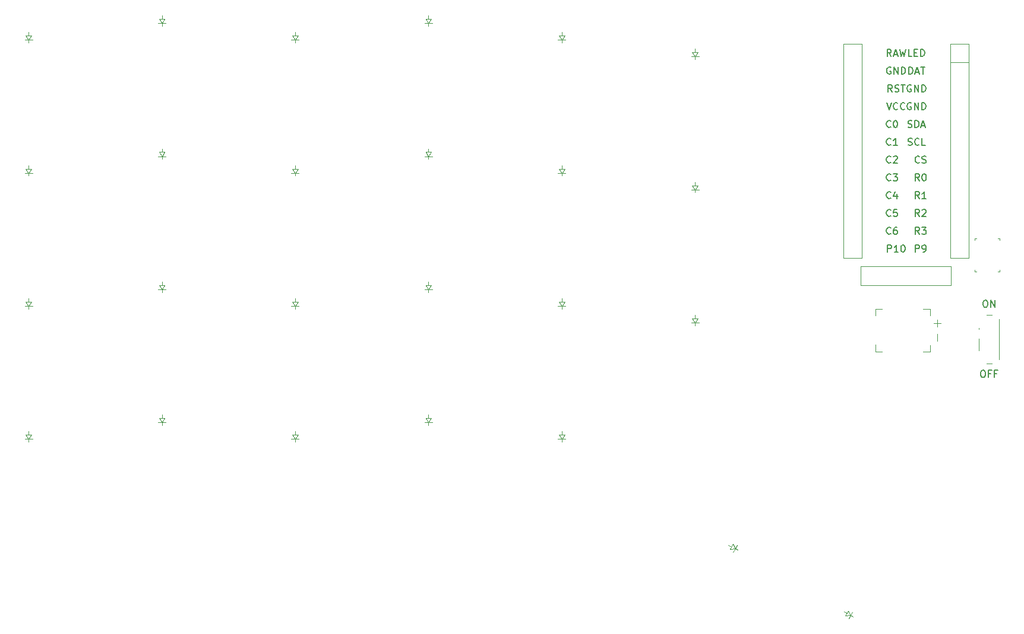
<source format=gbr>
%TF.GenerationSoftware,KiCad,Pcbnew,9.0.2*%
%TF.CreationDate,2025-06-19T22:30:11+08:00*%
%TF.ProjectId,eggada50_wireless_manually_routed,65676761-6461-4353-905f-776972656c65,0.2*%
%TF.SameCoordinates,Original*%
%TF.FileFunction,Legend,Top*%
%TF.FilePolarity,Positive*%
%FSLAX46Y46*%
G04 Gerber Fmt 4.6, Leading zero omitted, Abs format (unit mm)*
G04 Created by KiCad (PCBNEW 9.0.2) date 2025-06-19 22:30:11*
%MOMM*%
%LPD*%
G01*
G04 APERTURE LIST*
%ADD10C,0.150000*%
%ADD11C,0.100000*%
%ADD12C,0.120000*%
G04 APERTURE END LIST*
D10*
X228880952Y-79204819D02*
X229071428Y-79204819D01*
X229071428Y-79204819D02*
X229166666Y-79252438D01*
X229166666Y-79252438D02*
X229261904Y-79347676D01*
X229261904Y-79347676D02*
X229309523Y-79538152D01*
X229309523Y-79538152D02*
X229309523Y-79871485D01*
X229309523Y-79871485D02*
X229261904Y-80061961D01*
X229261904Y-80061961D02*
X229166666Y-80157200D01*
X229166666Y-80157200D02*
X229071428Y-80204819D01*
X229071428Y-80204819D02*
X228880952Y-80204819D01*
X228880952Y-80204819D02*
X228785714Y-80157200D01*
X228785714Y-80157200D02*
X228690476Y-80061961D01*
X228690476Y-80061961D02*
X228642857Y-79871485D01*
X228642857Y-79871485D02*
X228642857Y-79538152D01*
X228642857Y-79538152D02*
X228690476Y-79347676D01*
X228690476Y-79347676D02*
X228785714Y-79252438D01*
X228785714Y-79252438D02*
X228880952Y-79204819D01*
X229738095Y-80204819D02*
X229738095Y-79204819D01*
X229738095Y-79204819D02*
X230309523Y-80204819D01*
X230309523Y-80204819D02*
X230309523Y-79204819D01*
X228547619Y-89204819D02*
X228738095Y-89204819D01*
X228738095Y-89204819D02*
X228833333Y-89252438D01*
X228833333Y-89252438D02*
X228928571Y-89347676D01*
X228928571Y-89347676D02*
X228976190Y-89538152D01*
X228976190Y-89538152D02*
X228976190Y-89871485D01*
X228976190Y-89871485D02*
X228928571Y-90061961D01*
X228928571Y-90061961D02*
X228833333Y-90157200D01*
X228833333Y-90157200D02*
X228738095Y-90204819D01*
X228738095Y-90204819D02*
X228547619Y-90204819D01*
X228547619Y-90204819D02*
X228452381Y-90157200D01*
X228452381Y-90157200D02*
X228357143Y-90061961D01*
X228357143Y-90061961D02*
X228309524Y-89871485D01*
X228309524Y-89871485D02*
X228309524Y-89538152D01*
X228309524Y-89538152D02*
X228357143Y-89347676D01*
X228357143Y-89347676D02*
X228452381Y-89252438D01*
X228452381Y-89252438D02*
X228547619Y-89204819D01*
X229738095Y-89681009D02*
X229404762Y-89681009D01*
X229404762Y-90204819D02*
X229404762Y-89204819D01*
X229404762Y-89204819D02*
X229880952Y-89204819D01*
X230595238Y-89681009D02*
X230261905Y-89681009D01*
X230261905Y-90204819D02*
X230261905Y-89204819D01*
X230261905Y-89204819D02*
X230738095Y-89204819D01*
X215497333Y-64599580D02*
X215449714Y-64647200D01*
X215449714Y-64647200D02*
X215306857Y-64694819D01*
X215306857Y-64694819D02*
X215211619Y-64694819D01*
X215211619Y-64694819D02*
X215068762Y-64647200D01*
X215068762Y-64647200D02*
X214973524Y-64551961D01*
X214973524Y-64551961D02*
X214925905Y-64456723D01*
X214925905Y-64456723D02*
X214878286Y-64266247D01*
X214878286Y-64266247D02*
X214878286Y-64123390D01*
X214878286Y-64123390D02*
X214925905Y-63932914D01*
X214925905Y-63932914D02*
X214973524Y-63837676D01*
X214973524Y-63837676D02*
X215068762Y-63742438D01*
X215068762Y-63742438D02*
X215211619Y-63694819D01*
X215211619Y-63694819D02*
X215306857Y-63694819D01*
X215306857Y-63694819D02*
X215449714Y-63742438D01*
X215449714Y-63742438D02*
X215497333Y-63790057D01*
X216354476Y-64028152D02*
X216354476Y-64694819D01*
X216116381Y-63647200D02*
X215878286Y-64361485D01*
X215878286Y-64361485D02*
X216497333Y-64361485D01*
X218511142Y-44374819D02*
X218034952Y-44374819D01*
X218034952Y-44374819D02*
X218034952Y-43374819D01*
X218844476Y-43851009D02*
X219177809Y-43851009D01*
X219320666Y-44374819D02*
X218844476Y-44374819D01*
X218844476Y-44374819D02*
X218844476Y-43374819D01*
X218844476Y-43374819D02*
X219320666Y-43374819D01*
X219749238Y-44374819D02*
X219749238Y-43374819D01*
X219749238Y-43374819D02*
X219987333Y-43374819D01*
X219987333Y-43374819D02*
X220130190Y-43422438D01*
X220130190Y-43422438D02*
X220225428Y-43517676D01*
X220225428Y-43517676D02*
X220273047Y-43612914D01*
X220273047Y-43612914D02*
X220320666Y-43803390D01*
X220320666Y-43803390D02*
X220320666Y-43946247D01*
X220320666Y-43946247D02*
X220273047Y-44136723D01*
X220273047Y-44136723D02*
X220225428Y-44231961D01*
X220225428Y-44231961D02*
X220130190Y-44327200D01*
X220130190Y-44327200D02*
X219987333Y-44374819D01*
X219987333Y-44374819D02*
X219749238Y-44374819D01*
X219577333Y-67234819D02*
X219244000Y-66758628D01*
X219005905Y-67234819D02*
X219005905Y-66234819D01*
X219005905Y-66234819D02*
X219386857Y-66234819D01*
X219386857Y-66234819D02*
X219482095Y-66282438D01*
X219482095Y-66282438D02*
X219529714Y-66330057D01*
X219529714Y-66330057D02*
X219577333Y-66425295D01*
X219577333Y-66425295D02*
X219577333Y-66568152D01*
X219577333Y-66568152D02*
X219529714Y-66663390D01*
X219529714Y-66663390D02*
X219482095Y-66711009D01*
X219482095Y-66711009D02*
X219386857Y-66758628D01*
X219386857Y-66758628D02*
X219005905Y-66758628D01*
X219958286Y-66330057D02*
X220005905Y-66282438D01*
X220005905Y-66282438D02*
X220101143Y-66234819D01*
X220101143Y-66234819D02*
X220339238Y-66234819D01*
X220339238Y-66234819D02*
X220434476Y-66282438D01*
X220434476Y-66282438D02*
X220482095Y-66330057D01*
X220482095Y-66330057D02*
X220529714Y-66425295D01*
X220529714Y-66425295D02*
X220529714Y-66520533D01*
X220529714Y-66520533D02*
X220482095Y-66663390D01*
X220482095Y-66663390D02*
X219910667Y-67234819D01*
X219910667Y-67234819D02*
X220529714Y-67234819D01*
X215497333Y-54439580D02*
X215449714Y-54487200D01*
X215449714Y-54487200D02*
X215306857Y-54534819D01*
X215306857Y-54534819D02*
X215211619Y-54534819D01*
X215211619Y-54534819D02*
X215068762Y-54487200D01*
X215068762Y-54487200D02*
X214973524Y-54391961D01*
X214973524Y-54391961D02*
X214925905Y-54296723D01*
X214925905Y-54296723D02*
X214878286Y-54106247D01*
X214878286Y-54106247D02*
X214878286Y-53963390D01*
X214878286Y-53963390D02*
X214925905Y-53772914D01*
X214925905Y-53772914D02*
X214973524Y-53677676D01*
X214973524Y-53677676D02*
X215068762Y-53582438D01*
X215068762Y-53582438D02*
X215211619Y-53534819D01*
X215211619Y-53534819D02*
X215306857Y-53534819D01*
X215306857Y-53534819D02*
X215449714Y-53582438D01*
X215449714Y-53582438D02*
X215497333Y-53630057D01*
X216116381Y-53534819D02*
X216211619Y-53534819D01*
X216211619Y-53534819D02*
X216306857Y-53582438D01*
X216306857Y-53582438D02*
X216354476Y-53630057D01*
X216354476Y-53630057D02*
X216402095Y-53725295D01*
X216402095Y-53725295D02*
X216449714Y-53915771D01*
X216449714Y-53915771D02*
X216449714Y-54153866D01*
X216449714Y-54153866D02*
X216402095Y-54344342D01*
X216402095Y-54344342D02*
X216354476Y-54439580D01*
X216354476Y-54439580D02*
X216306857Y-54487200D01*
X216306857Y-54487200D02*
X216211619Y-54534819D01*
X216211619Y-54534819D02*
X216116381Y-54534819D01*
X216116381Y-54534819D02*
X216021143Y-54487200D01*
X216021143Y-54487200D02*
X215973524Y-54439580D01*
X215973524Y-54439580D02*
X215925905Y-54344342D01*
X215925905Y-54344342D02*
X215878286Y-54153866D01*
X215878286Y-54153866D02*
X215878286Y-53915771D01*
X215878286Y-53915771D02*
X215925905Y-53725295D01*
X215925905Y-53725295D02*
X215973524Y-53630057D01*
X215973524Y-53630057D02*
X216021143Y-53582438D01*
X216021143Y-53582438D02*
X216116381Y-53534819D01*
X215497333Y-67139580D02*
X215449714Y-67187200D01*
X215449714Y-67187200D02*
X215306857Y-67234819D01*
X215306857Y-67234819D02*
X215211619Y-67234819D01*
X215211619Y-67234819D02*
X215068762Y-67187200D01*
X215068762Y-67187200D02*
X214973524Y-67091961D01*
X214973524Y-67091961D02*
X214925905Y-66996723D01*
X214925905Y-66996723D02*
X214878286Y-66806247D01*
X214878286Y-66806247D02*
X214878286Y-66663390D01*
X214878286Y-66663390D02*
X214925905Y-66472914D01*
X214925905Y-66472914D02*
X214973524Y-66377676D01*
X214973524Y-66377676D02*
X215068762Y-66282438D01*
X215068762Y-66282438D02*
X215211619Y-66234819D01*
X215211619Y-66234819D02*
X215306857Y-66234819D01*
X215306857Y-66234819D02*
X215449714Y-66282438D01*
X215449714Y-66282438D02*
X215497333Y-66330057D01*
X216402095Y-66234819D02*
X215925905Y-66234819D01*
X215925905Y-66234819D02*
X215878286Y-66711009D01*
X215878286Y-66711009D02*
X215925905Y-66663390D01*
X215925905Y-66663390D02*
X216021143Y-66615771D01*
X216021143Y-66615771D02*
X216259238Y-66615771D01*
X216259238Y-66615771D02*
X216354476Y-66663390D01*
X216354476Y-66663390D02*
X216402095Y-66711009D01*
X216402095Y-66711009D02*
X216449714Y-66806247D01*
X216449714Y-66806247D02*
X216449714Y-67044342D01*
X216449714Y-67044342D02*
X216402095Y-67139580D01*
X216402095Y-67139580D02*
X216354476Y-67187200D01*
X216354476Y-67187200D02*
X216259238Y-67234819D01*
X216259238Y-67234819D02*
X216021143Y-67234819D01*
X216021143Y-67234819D02*
X215925905Y-67187200D01*
X215925905Y-67187200D02*
X215878286Y-67139580D01*
X215706380Y-49454819D02*
X215373047Y-48978628D01*
X215134952Y-49454819D02*
X215134952Y-48454819D01*
X215134952Y-48454819D02*
X215515904Y-48454819D01*
X215515904Y-48454819D02*
X215611142Y-48502438D01*
X215611142Y-48502438D02*
X215658761Y-48550057D01*
X215658761Y-48550057D02*
X215706380Y-48645295D01*
X215706380Y-48645295D02*
X215706380Y-48788152D01*
X215706380Y-48788152D02*
X215658761Y-48883390D01*
X215658761Y-48883390D02*
X215611142Y-48931009D01*
X215611142Y-48931009D02*
X215515904Y-48978628D01*
X215515904Y-48978628D02*
X215134952Y-48978628D01*
X216087333Y-49407200D02*
X216230190Y-49454819D01*
X216230190Y-49454819D02*
X216468285Y-49454819D01*
X216468285Y-49454819D02*
X216563523Y-49407200D01*
X216563523Y-49407200D02*
X216611142Y-49359580D01*
X216611142Y-49359580D02*
X216658761Y-49264342D01*
X216658761Y-49264342D02*
X216658761Y-49169104D01*
X216658761Y-49169104D02*
X216611142Y-49073866D01*
X216611142Y-49073866D02*
X216563523Y-49026247D01*
X216563523Y-49026247D02*
X216468285Y-48978628D01*
X216468285Y-48978628D02*
X216277809Y-48931009D01*
X216277809Y-48931009D02*
X216182571Y-48883390D01*
X216182571Y-48883390D02*
X216134952Y-48835771D01*
X216134952Y-48835771D02*
X216087333Y-48740533D01*
X216087333Y-48740533D02*
X216087333Y-48645295D01*
X216087333Y-48645295D02*
X216134952Y-48550057D01*
X216134952Y-48550057D02*
X216182571Y-48502438D01*
X216182571Y-48502438D02*
X216277809Y-48454819D01*
X216277809Y-48454819D02*
X216515904Y-48454819D01*
X216515904Y-48454819D02*
X216658761Y-48502438D01*
X216944476Y-48454819D02*
X217515904Y-48454819D01*
X217230190Y-49454819D02*
X217230190Y-48454819D01*
X215492095Y-45962438D02*
X215396857Y-45914819D01*
X215396857Y-45914819D02*
X215254000Y-45914819D01*
X215254000Y-45914819D02*
X215111143Y-45962438D01*
X215111143Y-45962438D02*
X215015905Y-46057676D01*
X215015905Y-46057676D02*
X214968286Y-46152914D01*
X214968286Y-46152914D02*
X214920667Y-46343390D01*
X214920667Y-46343390D02*
X214920667Y-46486247D01*
X214920667Y-46486247D02*
X214968286Y-46676723D01*
X214968286Y-46676723D02*
X215015905Y-46771961D01*
X215015905Y-46771961D02*
X215111143Y-46867200D01*
X215111143Y-46867200D02*
X215254000Y-46914819D01*
X215254000Y-46914819D02*
X215349238Y-46914819D01*
X215349238Y-46914819D02*
X215492095Y-46867200D01*
X215492095Y-46867200D02*
X215539714Y-46819580D01*
X215539714Y-46819580D02*
X215539714Y-46486247D01*
X215539714Y-46486247D02*
X215349238Y-46486247D01*
X215968286Y-46914819D02*
X215968286Y-45914819D01*
X215968286Y-45914819D02*
X216539714Y-46914819D01*
X216539714Y-46914819D02*
X216539714Y-45914819D01*
X217015905Y-46914819D02*
X217015905Y-45914819D01*
X217015905Y-45914819D02*
X217254000Y-45914819D01*
X217254000Y-45914819D02*
X217396857Y-45962438D01*
X217396857Y-45962438D02*
X217492095Y-46057676D01*
X217492095Y-46057676D02*
X217539714Y-46152914D01*
X217539714Y-46152914D02*
X217587333Y-46343390D01*
X217587333Y-46343390D02*
X217587333Y-46486247D01*
X217587333Y-46486247D02*
X217539714Y-46676723D01*
X217539714Y-46676723D02*
X217492095Y-46771961D01*
X217492095Y-46771961D02*
X217396857Y-46867200D01*
X217396857Y-46867200D02*
X217254000Y-46914819D01*
X217254000Y-46914819D02*
X217015905Y-46914819D01*
X218392095Y-51042438D02*
X218296857Y-50994819D01*
X218296857Y-50994819D02*
X218154000Y-50994819D01*
X218154000Y-50994819D02*
X218011143Y-51042438D01*
X218011143Y-51042438D02*
X217915905Y-51137676D01*
X217915905Y-51137676D02*
X217868286Y-51232914D01*
X217868286Y-51232914D02*
X217820667Y-51423390D01*
X217820667Y-51423390D02*
X217820667Y-51566247D01*
X217820667Y-51566247D02*
X217868286Y-51756723D01*
X217868286Y-51756723D02*
X217915905Y-51851961D01*
X217915905Y-51851961D02*
X218011143Y-51947200D01*
X218011143Y-51947200D02*
X218154000Y-51994819D01*
X218154000Y-51994819D02*
X218249238Y-51994819D01*
X218249238Y-51994819D02*
X218392095Y-51947200D01*
X218392095Y-51947200D02*
X218439714Y-51899580D01*
X218439714Y-51899580D02*
X218439714Y-51566247D01*
X218439714Y-51566247D02*
X218249238Y-51566247D01*
X218868286Y-51994819D02*
X218868286Y-50994819D01*
X218868286Y-50994819D02*
X219439714Y-51994819D01*
X219439714Y-51994819D02*
X219439714Y-50994819D01*
X219915905Y-51994819D02*
X219915905Y-50994819D01*
X219915905Y-50994819D02*
X220154000Y-50994819D01*
X220154000Y-50994819D02*
X220296857Y-51042438D01*
X220296857Y-51042438D02*
X220392095Y-51137676D01*
X220392095Y-51137676D02*
X220439714Y-51232914D01*
X220439714Y-51232914D02*
X220487333Y-51423390D01*
X220487333Y-51423390D02*
X220487333Y-51566247D01*
X220487333Y-51566247D02*
X220439714Y-51756723D01*
X220439714Y-51756723D02*
X220392095Y-51851961D01*
X220392095Y-51851961D02*
X220296857Y-51947200D01*
X220296857Y-51947200D02*
X220154000Y-51994819D01*
X220154000Y-51994819D02*
X219915905Y-51994819D01*
X215497333Y-56979580D02*
X215449714Y-57027200D01*
X215449714Y-57027200D02*
X215306857Y-57074819D01*
X215306857Y-57074819D02*
X215211619Y-57074819D01*
X215211619Y-57074819D02*
X215068762Y-57027200D01*
X215068762Y-57027200D02*
X214973524Y-56931961D01*
X214973524Y-56931961D02*
X214925905Y-56836723D01*
X214925905Y-56836723D02*
X214878286Y-56646247D01*
X214878286Y-56646247D02*
X214878286Y-56503390D01*
X214878286Y-56503390D02*
X214925905Y-56312914D01*
X214925905Y-56312914D02*
X214973524Y-56217676D01*
X214973524Y-56217676D02*
X215068762Y-56122438D01*
X215068762Y-56122438D02*
X215211619Y-56074819D01*
X215211619Y-56074819D02*
X215306857Y-56074819D01*
X215306857Y-56074819D02*
X215449714Y-56122438D01*
X215449714Y-56122438D02*
X215497333Y-56170057D01*
X216449714Y-57074819D02*
X215878286Y-57074819D01*
X216164000Y-57074819D02*
X216164000Y-56074819D01*
X216164000Y-56074819D02*
X216068762Y-56217676D01*
X216068762Y-56217676D02*
X215973524Y-56312914D01*
X215973524Y-56312914D02*
X215878286Y-56360533D01*
X217963524Y-57027200D02*
X218106381Y-57074819D01*
X218106381Y-57074819D02*
X218344476Y-57074819D01*
X218344476Y-57074819D02*
X218439714Y-57027200D01*
X218439714Y-57027200D02*
X218487333Y-56979580D01*
X218487333Y-56979580D02*
X218534952Y-56884342D01*
X218534952Y-56884342D02*
X218534952Y-56789104D01*
X218534952Y-56789104D02*
X218487333Y-56693866D01*
X218487333Y-56693866D02*
X218439714Y-56646247D01*
X218439714Y-56646247D02*
X218344476Y-56598628D01*
X218344476Y-56598628D02*
X218154000Y-56551009D01*
X218154000Y-56551009D02*
X218058762Y-56503390D01*
X218058762Y-56503390D02*
X218011143Y-56455771D01*
X218011143Y-56455771D02*
X217963524Y-56360533D01*
X217963524Y-56360533D02*
X217963524Y-56265295D01*
X217963524Y-56265295D02*
X218011143Y-56170057D01*
X218011143Y-56170057D02*
X218058762Y-56122438D01*
X218058762Y-56122438D02*
X218154000Y-56074819D01*
X218154000Y-56074819D02*
X218392095Y-56074819D01*
X218392095Y-56074819D02*
X218534952Y-56122438D01*
X219534952Y-56979580D02*
X219487333Y-57027200D01*
X219487333Y-57027200D02*
X219344476Y-57074819D01*
X219344476Y-57074819D02*
X219249238Y-57074819D01*
X219249238Y-57074819D02*
X219106381Y-57027200D01*
X219106381Y-57027200D02*
X219011143Y-56931961D01*
X219011143Y-56931961D02*
X218963524Y-56836723D01*
X218963524Y-56836723D02*
X218915905Y-56646247D01*
X218915905Y-56646247D02*
X218915905Y-56503390D01*
X218915905Y-56503390D02*
X218963524Y-56312914D01*
X218963524Y-56312914D02*
X219011143Y-56217676D01*
X219011143Y-56217676D02*
X219106381Y-56122438D01*
X219106381Y-56122438D02*
X219249238Y-56074819D01*
X219249238Y-56074819D02*
X219344476Y-56074819D01*
X219344476Y-56074819D02*
X219487333Y-56122438D01*
X219487333Y-56122438D02*
X219534952Y-56170057D01*
X220439714Y-57074819D02*
X219963524Y-57074819D01*
X219963524Y-57074819D02*
X219963524Y-56074819D01*
X215497333Y-59519580D02*
X215449714Y-59567200D01*
X215449714Y-59567200D02*
X215306857Y-59614819D01*
X215306857Y-59614819D02*
X215211619Y-59614819D01*
X215211619Y-59614819D02*
X215068762Y-59567200D01*
X215068762Y-59567200D02*
X214973524Y-59471961D01*
X214973524Y-59471961D02*
X214925905Y-59376723D01*
X214925905Y-59376723D02*
X214878286Y-59186247D01*
X214878286Y-59186247D02*
X214878286Y-59043390D01*
X214878286Y-59043390D02*
X214925905Y-58852914D01*
X214925905Y-58852914D02*
X214973524Y-58757676D01*
X214973524Y-58757676D02*
X215068762Y-58662438D01*
X215068762Y-58662438D02*
X215211619Y-58614819D01*
X215211619Y-58614819D02*
X215306857Y-58614819D01*
X215306857Y-58614819D02*
X215449714Y-58662438D01*
X215449714Y-58662438D02*
X215497333Y-58710057D01*
X215878286Y-58710057D02*
X215925905Y-58662438D01*
X215925905Y-58662438D02*
X216021143Y-58614819D01*
X216021143Y-58614819D02*
X216259238Y-58614819D01*
X216259238Y-58614819D02*
X216354476Y-58662438D01*
X216354476Y-58662438D02*
X216402095Y-58710057D01*
X216402095Y-58710057D02*
X216449714Y-58805295D01*
X216449714Y-58805295D02*
X216449714Y-58900533D01*
X216449714Y-58900533D02*
X216402095Y-59043390D01*
X216402095Y-59043390D02*
X215830667Y-59614819D01*
X215830667Y-59614819D02*
X216449714Y-59614819D01*
X218082571Y-46914819D02*
X218082571Y-45914819D01*
X218082571Y-45914819D02*
X218320666Y-45914819D01*
X218320666Y-45914819D02*
X218463523Y-45962438D01*
X218463523Y-45962438D02*
X218558761Y-46057676D01*
X218558761Y-46057676D02*
X218606380Y-46152914D01*
X218606380Y-46152914D02*
X218653999Y-46343390D01*
X218653999Y-46343390D02*
X218653999Y-46486247D01*
X218653999Y-46486247D02*
X218606380Y-46676723D01*
X218606380Y-46676723D02*
X218558761Y-46771961D01*
X218558761Y-46771961D02*
X218463523Y-46867200D01*
X218463523Y-46867200D02*
X218320666Y-46914819D01*
X218320666Y-46914819D02*
X218082571Y-46914819D01*
X219034952Y-46629104D02*
X219511142Y-46629104D01*
X218939714Y-46914819D02*
X219273047Y-45914819D01*
X219273047Y-45914819D02*
X219606380Y-46914819D01*
X219796857Y-45914819D02*
X220368285Y-45914819D01*
X220082571Y-46914819D02*
X220082571Y-45914819D01*
X215497333Y-69679580D02*
X215449714Y-69727200D01*
X215449714Y-69727200D02*
X215306857Y-69774819D01*
X215306857Y-69774819D02*
X215211619Y-69774819D01*
X215211619Y-69774819D02*
X215068762Y-69727200D01*
X215068762Y-69727200D02*
X214973524Y-69631961D01*
X214973524Y-69631961D02*
X214925905Y-69536723D01*
X214925905Y-69536723D02*
X214878286Y-69346247D01*
X214878286Y-69346247D02*
X214878286Y-69203390D01*
X214878286Y-69203390D02*
X214925905Y-69012914D01*
X214925905Y-69012914D02*
X214973524Y-68917676D01*
X214973524Y-68917676D02*
X215068762Y-68822438D01*
X215068762Y-68822438D02*
X215211619Y-68774819D01*
X215211619Y-68774819D02*
X215306857Y-68774819D01*
X215306857Y-68774819D02*
X215449714Y-68822438D01*
X215449714Y-68822438D02*
X215497333Y-68870057D01*
X216354476Y-68774819D02*
X216164000Y-68774819D01*
X216164000Y-68774819D02*
X216068762Y-68822438D01*
X216068762Y-68822438D02*
X216021143Y-68870057D01*
X216021143Y-68870057D02*
X215925905Y-69012914D01*
X215925905Y-69012914D02*
X215878286Y-69203390D01*
X215878286Y-69203390D02*
X215878286Y-69584342D01*
X215878286Y-69584342D02*
X215925905Y-69679580D01*
X215925905Y-69679580D02*
X215973524Y-69727200D01*
X215973524Y-69727200D02*
X216068762Y-69774819D01*
X216068762Y-69774819D02*
X216259238Y-69774819D01*
X216259238Y-69774819D02*
X216354476Y-69727200D01*
X216354476Y-69727200D02*
X216402095Y-69679580D01*
X216402095Y-69679580D02*
X216449714Y-69584342D01*
X216449714Y-69584342D02*
X216449714Y-69346247D01*
X216449714Y-69346247D02*
X216402095Y-69251009D01*
X216402095Y-69251009D02*
X216354476Y-69203390D01*
X216354476Y-69203390D02*
X216259238Y-69155771D01*
X216259238Y-69155771D02*
X216068762Y-69155771D01*
X216068762Y-69155771D02*
X215973524Y-69203390D01*
X215973524Y-69203390D02*
X215925905Y-69251009D01*
X215925905Y-69251009D02*
X215878286Y-69346247D01*
X219577333Y-59519580D02*
X219529714Y-59567200D01*
X219529714Y-59567200D02*
X219386857Y-59614819D01*
X219386857Y-59614819D02*
X219291619Y-59614819D01*
X219291619Y-59614819D02*
X219148762Y-59567200D01*
X219148762Y-59567200D02*
X219053524Y-59471961D01*
X219053524Y-59471961D02*
X219005905Y-59376723D01*
X219005905Y-59376723D02*
X218958286Y-59186247D01*
X218958286Y-59186247D02*
X218958286Y-59043390D01*
X218958286Y-59043390D02*
X219005905Y-58852914D01*
X219005905Y-58852914D02*
X219053524Y-58757676D01*
X219053524Y-58757676D02*
X219148762Y-58662438D01*
X219148762Y-58662438D02*
X219291619Y-58614819D01*
X219291619Y-58614819D02*
X219386857Y-58614819D01*
X219386857Y-58614819D02*
X219529714Y-58662438D01*
X219529714Y-58662438D02*
X219577333Y-58710057D01*
X219958286Y-59567200D02*
X220101143Y-59614819D01*
X220101143Y-59614819D02*
X220339238Y-59614819D01*
X220339238Y-59614819D02*
X220434476Y-59567200D01*
X220434476Y-59567200D02*
X220482095Y-59519580D01*
X220482095Y-59519580D02*
X220529714Y-59424342D01*
X220529714Y-59424342D02*
X220529714Y-59329104D01*
X220529714Y-59329104D02*
X220482095Y-59233866D01*
X220482095Y-59233866D02*
X220434476Y-59186247D01*
X220434476Y-59186247D02*
X220339238Y-59138628D01*
X220339238Y-59138628D02*
X220148762Y-59091009D01*
X220148762Y-59091009D02*
X220053524Y-59043390D01*
X220053524Y-59043390D02*
X220005905Y-58995771D01*
X220005905Y-58995771D02*
X219958286Y-58900533D01*
X219958286Y-58900533D02*
X219958286Y-58805295D01*
X219958286Y-58805295D02*
X220005905Y-58710057D01*
X220005905Y-58710057D02*
X220053524Y-58662438D01*
X220053524Y-58662438D02*
X220148762Y-58614819D01*
X220148762Y-58614819D02*
X220386857Y-58614819D01*
X220386857Y-58614819D02*
X220529714Y-58662438D01*
X215497333Y-62059580D02*
X215449714Y-62107200D01*
X215449714Y-62107200D02*
X215306857Y-62154819D01*
X215306857Y-62154819D02*
X215211619Y-62154819D01*
X215211619Y-62154819D02*
X215068762Y-62107200D01*
X215068762Y-62107200D02*
X214973524Y-62011961D01*
X214973524Y-62011961D02*
X214925905Y-61916723D01*
X214925905Y-61916723D02*
X214878286Y-61726247D01*
X214878286Y-61726247D02*
X214878286Y-61583390D01*
X214878286Y-61583390D02*
X214925905Y-61392914D01*
X214925905Y-61392914D02*
X214973524Y-61297676D01*
X214973524Y-61297676D02*
X215068762Y-61202438D01*
X215068762Y-61202438D02*
X215211619Y-61154819D01*
X215211619Y-61154819D02*
X215306857Y-61154819D01*
X215306857Y-61154819D02*
X215449714Y-61202438D01*
X215449714Y-61202438D02*
X215497333Y-61250057D01*
X215830667Y-61154819D02*
X216449714Y-61154819D01*
X216449714Y-61154819D02*
X216116381Y-61535771D01*
X216116381Y-61535771D02*
X216259238Y-61535771D01*
X216259238Y-61535771D02*
X216354476Y-61583390D01*
X216354476Y-61583390D02*
X216402095Y-61631009D01*
X216402095Y-61631009D02*
X216449714Y-61726247D01*
X216449714Y-61726247D02*
X216449714Y-61964342D01*
X216449714Y-61964342D02*
X216402095Y-62059580D01*
X216402095Y-62059580D02*
X216354476Y-62107200D01*
X216354476Y-62107200D02*
X216259238Y-62154819D01*
X216259238Y-62154819D02*
X215973524Y-62154819D01*
X215973524Y-62154819D02*
X215878286Y-62107200D01*
X215878286Y-62107200D02*
X215830667Y-62059580D01*
X219577333Y-64694819D02*
X219244000Y-64218628D01*
X219005905Y-64694819D02*
X219005905Y-63694819D01*
X219005905Y-63694819D02*
X219386857Y-63694819D01*
X219386857Y-63694819D02*
X219482095Y-63742438D01*
X219482095Y-63742438D02*
X219529714Y-63790057D01*
X219529714Y-63790057D02*
X219577333Y-63885295D01*
X219577333Y-63885295D02*
X219577333Y-64028152D01*
X219577333Y-64028152D02*
X219529714Y-64123390D01*
X219529714Y-64123390D02*
X219482095Y-64171009D01*
X219482095Y-64171009D02*
X219386857Y-64218628D01*
X219386857Y-64218628D02*
X219005905Y-64218628D01*
X220529714Y-64694819D02*
X219958286Y-64694819D01*
X220244000Y-64694819D02*
X220244000Y-63694819D01*
X220244000Y-63694819D02*
X220148762Y-63837676D01*
X220148762Y-63837676D02*
X220053524Y-63932914D01*
X220053524Y-63932914D02*
X219958286Y-63980533D01*
X219005905Y-72314819D02*
X219005905Y-71314819D01*
X219005905Y-71314819D02*
X219386857Y-71314819D01*
X219386857Y-71314819D02*
X219482095Y-71362438D01*
X219482095Y-71362438D02*
X219529714Y-71410057D01*
X219529714Y-71410057D02*
X219577333Y-71505295D01*
X219577333Y-71505295D02*
X219577333Y-71648152D01*
X219577333Y-71648152D02*
X219529714Y-71743390D01*
X219529714Y-71743390D02*
X219482095Y-71791009D01*
X219482095Y-71791009D02*
X219386857Y-71838628D01*
X219386857Y-71838628D02*
X219005905Y-71838628D01*
X220053524Y-72314819D02*
X220244000Y-72314819D01*
X220244000Y-72314819D02*
X220339238Y-72267200D01*
X220339238Y-72267200D02*
X220386857Y-72219580D01*
X220386857Y-72219580D02*
X220482095Y-72076723D01*
X220482095Y-72076723D02*
X220529714Y-71886247D01*
X220529714Y-71886247D02*
X220529714Y-71505295D01*
X220529714Y-71505295D02*
X220482095Y-71410057D01*
X220482095Y-71410057D02*
X220434476Y-71362438D01*
X220434476Y-71362438D02*
X220339238Y-71314819D01*
X220339238Y-71314819D02*
X220148762Y-71314819D01*
X220148762Y-71314819D02*
X220053524Y-71362438D01*
X220053524Y-71362438D02*
X220005905Y-71410057D01*
X220005905Y-71410057D02*
X219958286Y-71505295D01*
X219958286Y-71505295D02*
X219958286Y-71743390D01*
X219958286Y-71743390D02*
X220005905Y-71838628D01*
X220005905Y-71838628D02*
X220053524Y-71886247D01*
X220053524Y-71886247D02*
X220148762Y-71933866D01*
X220148762Y-71933866D02*
X220339238Y-71933866D01*
X220339238Y-71933866D02*
X220434476Y-71886247D01*
X220434476Y-71886247D02*
X220482095Y-71838628D01*
X220482095Y-71838628D02*
X220529714Y-71743390D01*
X218392095Y-48502438D02*
X218296857Y-48454819D01*
X218296857Y-48454819D02*
X218154000Y-48454819D01*
X218154000Y-48454819D02*
X218011143Y-48502438D01*
X218011143Y-48502438D02*
X217915905Y-48597676D01*
X217915905Y-48597676D02*
X217868286Y-48692914D01*
X217868286Y-48692914D02*
X217820667Y-48883390D01*
X217820667Y-48883390D02*
X217820667Y-49026247D01*
X217820667Y-49026247D02*
X217868286Y-49216723D01*
X217868286Y-49216723D02*
X217915905Y-49311961D01*
X217915905Y-49311961D02*
X218011143Y-49407200D01*
X218011143Y-49407200D02*
X218154000Y-49454819D01*
X218154000Y-49454819D02*
X218249238Y-49454819D01*
X218249238Y-49454819D02*
X218392095Y-49407200D01*
X218392095Y-49407200D02*
X218439714Y-49359580D01*
X218439714Y-49359580D02*
X218439714Y-49026247D01*
X218439714Y-49026247D02*
X218249238Y-49026247D01*
X218868286Y-49454819D02*
X218868286Y-48454819D01*
X218868286Y-48454819D02*
X219439714Y-49454819D01*
X219439714Y-49454819D02*
X219439714Y-48454819D01*
X219915905Y-49454819D02*
X219915905Y-48454819D01*
X219915905Y-48454819D02*
X220154000Y-48454819D01*
X220154000Y-48454819D02*
X220296857Y-48502438D01*
X220296857Y-48502438D02*
X220392095Y-48597676D01*
X220392095Y-48597676D02*
X220439714Y-48692914D01*
X220439714Y-48692914D02*
X220487333Y-48883390D01*
X220487333Y-48883390D02*
X220487333Y-49026247D01*
X220487333Y-49026247D02*
X220439714Y-49216723D01*
X220439714Y-49216723D02*
X220392095Y-49311961D01*
X220392095Y-49311961D02*
X220296857Y-49407200D01*
X220296857Y-49407200D02*
X220154000Y-49454819D01*
X220154000Y-49454819D02*
X219915905Y-49454819D01*
X215039714Y-72314819D02*
X215039714Y-71314819D01*
X215039714Y-71314819D02*
X215420666Y-71314819D01*
X215420666Y-71314819D02*
X215515904Y-71362438D01*
X215515904Y-71362438D02*
X215563523Y-71410057D01*
X215563523Y-71410057D02*
X215611142Y-71505295D01*
X215611142Y-71505295D02*
X215611142Y-71648152D01*
X215611142Y-71648152D02*
X215563523Y-71743390D01*
X215563523Y-71743390D02*
X215515904Y-71791009D01*
X215515904Y-71791009D02*
X215420666Y-71838628D01*
X215420666Y-71838628D02*
X215039714Y-71838628D01*
X216563523Y-72314819D02*
X215992095Y-72314819D01*
X216277809Y-72314819D02*
X216277809Y-71314819D01*
X216277809Y-71314819D02*
X216182571Y-71457676D01*
X216182571Y-71457676D02*
X216087333Y-71552914D01*
X216087333Y-71552914D02*
X215992095Y-71600533D01*
X217182571Y-71314819D02*
X217277809Y-71314819D01*
X217277809Y-71314819D02*
X217373047Y-71362438D01*
X217373047Y-71362438D02*
X217420666Y-71410057D01*
X217420666Y-71410057D02*
X217468285Y-71505295D01*
X217468285Y-71505295D02*
X217515904Y-71695771D01*
X217515904Y-71695771D02*
X217515904Y-71933866D01*
X217515904Y-71933866D02*
X217468285Y-72124342D01*
X217468285Y-72124342D02*
X217420666Y-72219580D01*
X217420666Y-72219580D02*
X217373047Y-72267200D01*
X217373047Y-72267200D02*
X217277809Y-72314819D01*
X217277809Y-72314819D02*
X217182571Y-72314819D01*
X217182571Y-72314819D02*
X217087333Y-72267200D01*
X217087333Y-72267200D02*
X217039714Y-72219580D01*
X217039714Y-72219580D02*
X216992095Y-72124342D01*
X216992095Y-72124342D02*
X216944476Y-71933866D01*
X216944476Y-71933866D02*
X216944476Y-71695771D01*
X216944476Y-71695771D02*
X216992095Y-71505295D01*
X216992095Y-71505295D02*
X217039714Y-71410057D01*
X217039714Y-71410057D02*
X217087333Y-71362438D01*
X217087333Y-71362438D02*
X217182571Y-71314819D01*
X214920667Y-50994819D02*
X215254000Y-51994819D01*
X215254000Y-51994819D02*
X215587333Y-50994819D01*
X216492095Y-51899580D02*
X216444476Y-51947200D01*
X216444476Y-51947200D02*
X216301619Y-51994819D01*
X216301619Y-51994819D02*
X216206381Y-51994819D01*
X216206381Y-51994819D02*
X216063524Y-51947200D01*
X216063524Y-51947200D02*
X215968286Y-51851961D01*
X215968286Y-51851961D02*
X215920667Y-51756723D01*
X215920667Y-51756723D02*
X215873048Y-51566247D01*
X215873048Y-51566247D02*
X215873048Y-51423390D01*
X215873048Y-51423390D02*
X215920667Y-51232914D01*
X215920667Y-51232914D02*
X215968286Y-51137676D01*
X215968286Y-51137676D02*
X216063524Y-51042438D01*
X216063524Y-51042438D02*
X216206381Y-50994819D01*
X216206381Y-50994819D02*
X216301619Y-50994819D01*
X216301619Y-50994819D02*
X216444476Y-51042438D01*
X216444476Y-51042438D02*
X216492095Y-51090057D01*
X217492095Y-51899580D02*
X217444476Y-51947200D01*
X217444476Y-51947200D02*
X217301619Y-51994819D01*
X217301619Y-51994819D02*
X217206381Y-51994819D01*
X217206381Y-51994819D02*
X217063524Y-51947200D01*
X217063524Y-51947200D02*
X216968286Y-51851961D01*
X216968286Y-51851961D02*
X216920667Y-51756723D01*
X216920667Y-51756723D02*
X216873048Y-51566247D01*
X216873048Y-51566247D02*
X216873048Y-51423390D01*
X216873048Y-51423390D02*
X216920667Y-51232914D01*
X216920667Y-51232914D02*
X216968286Y-51137676D01*
X216968286Y-51137676D02*
X217063524Y-51042438D01*
X217063524Y-51042438D02*
X217206381Y-50994819D01*
X217206381Y-50994819D02*
X217301619Y-50994819D01*
X217301619Y-50994819D02*
X217444476Y-51042438D01*
X217444476Y-51042438D02*
X217492095Y-51090057D01*
X217939714Y-54487200D02*
X218082571Y-54534819D01*
X218082571Y-54534819D02*
X218320666Y-54534819D01*
X218320666Y-54534819D02*
X218415904Y-54487200D01*
X218415904Y-54487200D02*
X218463523Y-54439580D01*
X218463523Y-54439580D02*
X218511142Y-54344342D01*
X218511142Y-54344342D02*
X218511142Y-54249104D01*
X218511142Y-54249104D02*
X218463523Y-54153866D01*
X218463523Y-54153866D02*
X218415904Y-54106247D01*
X218415904Y-54106247D02*
X218320666Y-54058628D01*
X218320666Y-54058628D02*
X218130190Y-54011009D01*
X218130190Y-54011009D02*
X218034952Y-53963390D01*
X218034952Y-53963390D02*
X217987333Y-53915771D01*
X217987333Y-53915771D02*
X217939714Y-53820533D01*
X217939714Y-53820533D02*
X217939714Y-53725295D01*
X217939714Y-53725295D02*
X217987333Y-53630057D01*
X217987333Y-53630057D02*
X218034952Y-53582438D01*
X218034952Y-53582438D02*
X218130190Y-53534819D01*
X218130190Y-53534819D02*
X218368285Y-53534819D01*
X218368285Y-53534819D02*
X218511142Y-53582438D01*
X218939714Y-54534819D02*
X218939714Y-53534819D01*
X218939714Y-53534819D02*
X219177809Y-53534819D01*
X219177809Y-53534819D02*
X219320666Y-53582438D01*
X219320666Y-53582438D02*
X219415904Y-53677676D01*
X219415904Y-53677676D02*
X219463523Y-53772914D01*
X219463523Y-53772914D02*
X219511142Y-53963390D01*
X219511142Y-53963390D02*
X219511142Y-54106247D01*
X219511142Y-54106247D02*
X219463523Y-54296723D01*
X219463523Y-54296723D02*
X219415904Y-54391961D01*
X219415904Y-54391961D02*
X219320666Y-54487200D01*
X219320666Y-54487200D02*
X219177809Y-54534819D01*
X219177809Y-54534819D02*
X218939714Y-54534819D01*
X219892095Y-54249104D02*
X220368285Y-54249104D01*
X219796857Y-54534819D02*
X220130190Y-53534819D01*
X220130190Y-53534819D02*
X220463523Y-54534819D01*
X219577333Y-62154819D02*
X219244000Y-61678628D01*
X219005905Y-62154819D02*
X219005905Y-61154819D01*
X219005905Y-61154819D02*
X219386857Y-61154819D01*
X219386857Y-61154819D02*
X219482095Y-61202438D01*
X219482095Y-61202438D02*
X219529714Y-61250057D01*
X219529714Y-61250057D02*
X219577333Y-61345295D01*
X219577333Y-61345295D02*
X219577333Y-61488152D01*
X219577333Y-61488152D02*
X219529714Y-61583390D01*
X219529714Y-61583390D02*
X219482095Y-61631009D01*
X219482095Y-61631009D02*
X219386857Y-61678628D01*
X219386857Y-61678628D02*
X219005905Y-61678628D01*
X220196381Y-61154819D02*
X220291619Y-61154819D01*
X220291619Y-61154819D02*
X220386857Y-61202438D01*
X220386857Y-61202438D02*
X220434476Y-61250057D01*
X220434476Y-61250057D02*
X220482095Y-61345295D01*
X220482095Y-61345295D02*
X220529714Y-61535771D01*
X220529714Y-61535771D02*
X220529714Y-61773866D01*
X220529714Y-61773866D02*
X220482095Y-61964342D01*
X220482095Y-61964342D02*
X220434476Y-62059580D01*
X220434476Y-62059580D02*
X220386857Y-62107200D01*
X220386857Y-62107200D02*
X220291619Y-62154819D01*
X220291619Y-62154819D02*
X220196381Y-62154819D01*
X220196381Y-62154819D02*
X220101143Y-62107200D01*
X220101143Y-62107200D02*
X220053524Y-62059580D01*
X220053524Y-62059580D02*
X220005905Y-61964342D01*
X220005905Y-61964342D02*
X219958286Y-61773866D01*
X219958286Y-61773866D02*
X219958286Y-61535771D01*
X219958286Y-61535771D02*
X220005905Y-61345295D01*
X220005905Y-61345295D02*
X220053524Y-61250057D01*
X220053524Y-61250057D02*
X220101143Y-61202438D01*
X220101143Y-61202438D02*
X220196381Y-61154819D01*
X219577333Y-69774819D02*
X219244000Y-69298628D01*
X219005905Y-69774819D02*
X219005905Y-68774819D01*
X219005905Y-68774819D02*
X219386857Y-68774819D01*
X219386857Y-68774819D02*
X219482095Y-68822438D01*
X219482095Y-68822438D02*
X219529714Y-68870057D01*
X219529714Y-68870057D02*
X219577333Y-68965295D01*
X219577333Y-68965295D02*
X219577333Y-69108152D01*
X219577333Y-69108152D02*
X219529714Y-69203390D01*
X219529714Y-69203390D02*
X219482095Y-69251009D01*
X219482095Y-69251009D02*
X219386857Y-69298628D01*
X219386857Y-69298628D02*
X219005905Y-69298628D01*
X219910667Y-68774819D02*
X220529714Y-68774819D01*
X220529714Y-68774819D02*
X220196381Y-69155771D01*
X220196381Y-69155771D02*
X220339238Y-69155771D01*
X220339238Y-69155771D02*
X220434476Y-69203390D01*
X220434476Y-69203390D02*
X220482095Y-69251009D01*
X220482095Y-69251009D02*
X220529714Y-69346247D01*
X220529714Y-69346247D02*
X220529714Y-69584342D01*
X220529714Y-69584342D02*
X220482095Y-69679580D01*
X220482095Y-69679580D02*
X220434476Y-69727200D01*
X220434476Y-69727200D02*
X220339238Y-69774819D01*
X220339238Y-69774819D02*
X220053524Y-69774819D01*
X220053524Y-69774819D02*
X219958286Y-69727200D01*
X219958286Y-69727200D02*
X219910667Y-69679580D01*
X215563523Y-44374819D02*
X215230190Y-43898628D01*
X214992095Y-44374819D02*
X214992095Y-43374819D01*
X214992095Y-43374819D02*
X215373047Y-43374819D01*
X215373047Y-43374819D02*
X215468285Y-43422438D01*
X215468285Y-43422438D02*
X215515904Y-43470057D01*
X215515904Y-43470057D02*
X215563523Y-43565295D01*
X215563523Y-43565295D02*
X215563523Y-43708152D01*
X215563523Y-43708152D02*
X215515904Y-43803390D01*
X215515904Y-43803390D02*
X215468285Y-43851009D01*
X215468285Y-43851009D02*
X215373047Y-43898628D01*
X215373047Y-43898628D02*
X214992095Y-43898628D01*
X215944476Y-44089104D02*
X216420666Y-44089104D01*
X215849238Y-44374819D02*
X216182571Y-43374819D01*
X216182571Y-43374819D02*
X216515904Y-44374819D01*
X216754000Y-43374819D02*
X216992095Y-44374819D01*
X216992095Y-44374819D02*
X217182571Y-43660533D01*
X217182571Y-43660533D02*
X217373047Y-44374819D01*
X217373047Y-44374819D02*
X217611143Y-43374819D01*
D11*
%TO.C,D29*%
X92200000Y-41425000D02*
X93000000Y-41425000D01*
X92600000Y-41425000D02*
X92600000Y-40925000D01*
X92600000Y-42025000D02*
X92050000Y-42025000D01*
X92600000Y-42025000D02*
X92200000Y-41425000D01*
X92600000Y-42025000D02*
X93150000Y-42025000D01*
X92600000Y-42425000D02*
X92600000Y-42025000D01*
X93000000Y-41425000D02*
X92600000Y-42025000D01*
D12*
%TO.C,DISP1*%
X211237000Y-74370000D02*
X211237000Y-77030000D01*
X224057000Y-74370000D02*
X211237000Y-74370000D01*
X224057000Y-74370000D02*
X224057000Y-77030000D01*
X224057000Y-77030000D02*
X211237000Y-77030000D01*
%TO.C,PWR1*%
X228075000Y-83350000D02*
X228075000Y-83150000D01*
X228075000Y-86350000D02*
X228075000Y-84650000D01*
X229125000Y-88200000D02*
X229915000Y-88200000D01*
X229915000Y-81300000D02*
X229125000Y-81300000D01*
X230925000Y-87600000D02*
X230925000Y-81900000D01*
D11*
%TO.C,D38*%
X149200000Y-96050000D02*
X150000000Y-96050000D01*
X149600000Y-96050000D02*
X149600000Y-95550000D01*
X149600000Y-96650000D02*
X149050000Y-96650000D01*
X149600000Y-96650000D02*
X149200000Y-96050000D01*
X149600000Y-96650000D02*
X150150000Y-96650000D01*
X149600000Y-97050000D02*
X149600000Y-96650000D01*
X150000000Y-96050000D02*
X149600000Y-96650000D01*
%TO.C,D43*%
X168200000Y-79425000D02*
X169000000Y-79425000D01*
X168600000Y-79425000D02*
X168600000Y-78925000D01*
X168600000Y-80025000D02*
X168050000Y-80025000D01*
X168600000Y-80025000D02*
X168200000Y-79425000D01*
X168600000Y-80025000D02*
X169150000Y-80025000D01*
X168600000Y-80425000D02*
X168600000Y-80025000D01*
X169000000Y-79425000D02*
X168600000Y-80025000D01*
%TO.C,D35*%
X130200000Y-79425000D02*
X131000000Y-79425000D01*
X130600000Y-79425000D02*
X130600000Y-78925000D01*
X130600000Y-80025000D02*
X130050000Y-80025000D01*
X130600000Y-80025000D02*
X130200000Y-79425000D01*
X130600000Y-80025000D02*
X131150000Y-80025000D01*
X130600000Y-80425000D02*
X130600000Y-80025000D01*
X131000000Y-79425000D02*
X130600000Y-80025000D01*
D12*
%TO.C,MCU1*%
X208754000Y-42590000D02*
X208754000Y-73190000D01*
X208754000Y-42590000D02*
X211414000Y-42590000D01*
X208754000Y-73190000D02*
X211414000Y-73190000D01*
X211414000Y-42590000D02*
X211414000Y-73190000D01*
X223994000Y-42590000D02*
X223994000Y-73190000D01*
X223994000Y-42590000D02*
X226654000Y-42590000D01*
X223994000Y-45190000D02*
X226654000Y-45190000D01*
X223994000Y-73190000D02*
X226654000Y-73190000D01*
X226654000Y-42590000D02*
X226654000Y-73190000D01*
D11*
%TO.C,D47*%
X187200000Y-62800000D02*
X188000000Y-62800000D01*
X187600000Y-62800000D02*
X187600000Y-62300000D01*
X187600000Y-63400000D02*
X187050000Y-63400000D01*
X187600000Y-63400000D02*
X187200000Y-62800000D01*
X187600000Y-63400000D02*
X188150000Y-63400000D01*
X187600000Y-63800000D02*
X187600000Y-63400000D01*
X188000000Y-62800000D02*
X187600000Y-63400000D01*
D12*
%TO.C,JST1*%
X213290000Y-80440000D02*
X214290000Y-80440000D01*
X213290000Y-81360000D02*
X213290000Y-80440000D01*
X213290000Y-85560000D02*
X213290000Y-86560000D01*
X213290000Y-86560000D02*
X214290000Y-86560000D01*
X221110000Y-80440000D02*
X220110000Y-80440000D01*
X221110000Y-81360000D02*
X221110000Y-80440000D01*
X221110000Y-85640000D02*
X221110000Y-86560000D01*
X221110000Y-86560000D02*
X220110000Y-86560000D01*
D11*
X221650000Y-82500000D02*
X222650000Y-82500000D01*
X222150000Y-82000000D02*
X222150000Y-83000000D01*
X222150000Y-85000000D02*
X222150000Y-84000000D01*
%TO.C,D32*%
X111200000Y-58050000D02*
X112000000Y-58050000D01*
X111600000Y-58050000D02*
X111600000Y-57550000D01*
X111600000Y-58650000D02*
X111050000Y-58650000D01*
X111600000Y-58650000D02*
X111200000Y-58050000D01*
X111600000Y-58650000D02*
X112150000Y-58650000D01*
X111600000Y-59050000D02*
X111600000Y-58650000D01*
X112000000Y-58050000D02*
X111600000Y-58650000D01*
%TO.C,D50*%
X209040493Y-124207498D02*
X209440493Y-123514678D01*
X209240493Y-123861088D02*
X208807480Y-123611088D01*
X209440493Y-123514678D02*
X209760108Y-124161088D01*
X209760108Y-124161088D02*
X209040493Y-124207498D01*
X209760108Y-124161088D02*
X209485108Y-124637402D01*
X209760108Y-124161088D02*
X210035108Y-123684774D01*
X210106518Y-124361088D02*
X209760108Y-124161088D01*
%TO.C,D45*%
X168200000Y-41425000D02*
X169000000Y-41425000D01*
X168600000Y-41425000D02*
X168600000Y-40925000D01*
X168600000Y-42025000D02*
X168050000Y-42025000D01*
X168600000Y-42025000D02*
X168200000Y-41425000D01*
X168600000Y-42025000D02*
X169150000Y-42025000D01*
X168600000Y-42425000D02*
X168600000Y-42025000D01*
X169000000Y-41425000D02*
X168600000Y-42025000D01*
%TO.C,D26*%
X92200000Y-98425000D02*
X93000000Y-98425000D01*
X92600000Y-98425000D02*
X92600000Y-97925000D01*
X92600000Y-99025000D02*
X92050000Y-99025000D01*
X92600000Y-99025000D02*
X92200000Y-98425000D01*
X92600000Y-99025000D02*
X93150000Y-99025000D01*
X92600000Y-99425000D02*
X92600000Y-99025000D01*
X93000000Y-98425000D02*
X92600000Y-99025000D01*
%TO.C,D41*%
X149200000Y-39050000D02*
X150000000Y-39050000D01*
X149600000Y-39050000D02*
X149600000Y-38550000D01*
X149600000Y-39650000D02*
X149050000Y-39650000D01*
X149600000Y-39650000D02*
X149200000Y-39050000D01*
X149600000Y-39650000D02*
X150150000Y-39650000D01*
X149600000Y-40050000D02*
X149600000Y-39650000D01*
X150000000Y-39050000D02*
X149600000Y-39650000D01*
%TO.C,D46*%
X187200000Y-81800000D02*
X188000000Y-81800000D01*
X187600000Y-81800000D02*
X187600000Y-81300000D01*
X187600000Y-82400000D02*
X187050000Y-82400000D01*
X187600000Y-82400000D02*
X187200000Y-81800000D01*
X187600000Y-82400000D02*
X188150000Y-82400000D01*
X187600000Y-82800000D02*
X187600000Y-82400000D01*
X188000000Y-81800000D02*
X187600000Y-82400000D01*
%TO.C,D40*%
X149200000Y-58050000D02*
X150000000Y-58050000D01*
X149600000Y-58050000D02*
X149600000Y-57550000D01*
X149600000Y-58650000D02*
X149050000Y-58650000D01*
X149600000Y-58650000D02*
X149200000Y-58050000D01*
X149600000Y-58650000D02*
X150150000Y-58650000D01*
X149600000Y-59050000D02*
X149600000Y-58650000D01*
X150000000Y-58050000D02*
X149600000Y-58650000D01*
%TO.C,RST1*%
X227500000Y-70650000D02*
X227500000Y-70400000D01*
X227500000Y-74850000D02*
X227500000Y-75100000D01*
X227750000Y-70400000D02*
X227500000Y-70400000D01*
X227750000Y-75100000D02*
X227500000Y-75100000D01*
X230750000Y-70400000D02*
X231000000Y-70400000D01*
X230750000Y-75100000D02*
X231000000Y-75100000D01*
X231000000Y-70650000D02*
X231000000Y-70400000D01*
X231000000Y-74850000D02*
X231000000Y-75100000D01*
%TO.C,D44*%
X168200000Y-60425000D02*
X169000000Y-60425000D01*
X168600000Y-60425000D02*
X168600000Y-59925000D01*
X168600000Y-61025000D02*
X168050000Y-61025000D01*
X168600000Y-61025000D02*
X168200000Y-60425000D01*
X168600000Y-61025000D02*
X169150000Y-61025000D01*
X168600000Y-61425000D02*
X168600000Y-61025000D01*
X169000000Y-60425000D02*
X168600000Y-61025000D01*
%TO.C,D31*%
X111200000Y-77050000D02*
X112000000Y-77050000D01*
X111600000Y-77050000D02*
X111600000Y-76550000D01*
X111600000Y-77650000D02*
X111050000Y-77650000D01*
X111600000Y-77650000D02*
X111200000Y-77050000D01*
X111600000Y-77650000D02*
X112150000Y-77650000D01*
X111600000Y-78050000D02*
X111600000Y-77650000D01*
X112000000Y-77050000D02*
X111600000Y-77650000D01*
%TO.C,D42*%
X168200000Y-98425000D02*
X169000000Y-98425000D01*
X168600000Y-98425000D02*
X168600000Y-97925000D01*
X168600000Y-99025000D02*
X168050000Y-99025000D01*
X168600000Y-99025000D02*
X168200000Y-98425000D01*
X168600000Y-99025000D02*
X169150000Y-99025000D01*
X168600000Y-99425000D02*
X168600000Y-99025000D01*
X169000000Y-98425000D02*
X168600000Y-99025000D01*
%TO.C,D34*%
X130200000Y-98425000D02*
X131000000Y-98425000D01*
X130600000Y-98425000D02*
X130600000Y-97925000D01*
X130600000Y-99025000D02*
X130050000Y-99025000D01*
X130600000Y-99025000D02*
X130200000Y-98425000D01*
X130600000Y-99025000D02*
X131150000Y-99025000D01*
X130600000Y-99425000D02*
X130600000Y-99025000D01*
X131000000Y-98425000D02*
X130600000Y-99025000D01*
%TO.C,D39*%
X149200000Y-77050000D02*
X150000000Y-77050000D01*
X149600000Y-77050000D02*
X149600000Y-76550000D01*
X149600000Y-77650000D02*
X149050000Y-77650000D01*
X149600000Y-77650000D02*
X149200000Y-77050000D01*
X149600000Y-77650000D02*
X150150000Y-77650000D01*
X149600000Y-78050000D02*
X149600000Y-77650000D01*
X150000000Y-77050000D02*
X149600000Y-77650000D01*
%TO.C,D28*%
X92200000Y-60425000D02*
X93000000Y-60425000D01*
X92600000Y-60425000D02*
X92600000Y-59925000D01*
X92600000Y-61025000D02*
X92050000Y-61025000D01*
X92600000Y-61025000D02*
X92200000Y-60425000D01*
X92600000Y-61025000D02*
X93150000Y-61025000D01*
X92600000Y-61425000D02*
X92600000Y-61025000D01*
X93000000Y-60425000D02*
X92600000Y-61025000D01*
%TO.C,D36*%
X130200000Y-60425000D02*
X131000000Y-60425000D01*
X130600000Y-60425000D02*
X130600000Y-59925000D01*
X130600000Y-61025000D02*
X130050000Y-61025000D01*
X130600000Y-61025000D02*
X130200000Y-60425000D01*
X130600000Y-61025000D02*
X131150000Y-61025000D01*
X130600000Y-61425000D02*
X130600000Y-61025000D01*
X131000000Y-60425000D02*
X130600000Y-61025000D01*
%TO.C,D27*%
X92200000Y-79425000D02*
X93000000Y-79425000D01*
X92600000Y-79425000D02*
X92600000Y-78925000D01*
X92600000Y-80025000D02*
X92050000Y-80025000D01*
X92600000Y-80025000D02*
X92200000Y-79425000D01*
X92600000Y-80025000D02*
X93150000Y-80025000D01*
X92600000Y-80425000D02*
X92600000Y-80025000D01*
X93000000Y-79425000D02*
X92600000Y-80025000D01*
%TO.C,D33*%
X111200000Y-39050000D02*
X112000000Y-39050000D01*
X111600000Y-39050000D02*
X111600000Y-38550000D01*
X111600000Y-39650000D02*
X111050000Y-39650000D01*
X111600000Y-39650000D02*
X111200000Y-39050000D01*
X111600000Y-39650000D02*
X112150000Y-39650000D01*
X111600000Y-40050000D02*
X111600000Y-39650000D01*
X112000000Y-39050000D02*
X111600000Y-39650000D01*
%TO.C,D37*%
X130200000Y-41425000D02*
X131000000Y-41425000D01*
X130600000Y-41425000D02*
X130600000Y-40925000D01*
X130600000Y-42025000D02*
X130050000Y-42025000D01*
X130600000Y-42025000D02*
X130200000Y-41425000D01*
X130600000Y-42025000D02*
X131150000Y-42025000D01*
X130600000Y-42425000D02*
X130600000Y-42025000D01*
X131000000Y-41425000D02*
X130600000Y-42025000D01*
%TO.C,D49*%
X192586010Y-114707498D02*
X192986010Y-114014678D01*
X192786010Y-114361088D02*
X192352997Y-114111088D01*
X192986010Y-114014678D02*
X193305625Y-114661088D01*
X193305625Y-114661088D02*
X192586010Y-114707498D01*
X193305625Y-114661088D02*
X193030625Y-115137402D01*
X193305625Y-114661088D02*
X193580625Y-114184774D01*
X193652035Y-114861088D02*
X193305625Y-114661088D01*
%TO.C,D30*%
X111200000Y-96050000D02*
X112000000Y-96050000D01*
X111600000Y-96050000D02*
X111600000Y-95550000D01*
X111600000Y-96650000D02*
X111050000Y-96650000D01*
X111600000Y-96650000D02*
X111200000Y-96050000D01*
X111600000Y-96650000D02*
X112150000Y-96650000D01*
X111600000Y-97050000D02*
X111600000Y-96650000D01*
X112000000Y-96050000D02*
X111600000Y-96650000D01*
%TO.C,D48*%
X187200000Y-43800000D02*
X188000000Y-43800000D01*
X187600000Y-43800000D02*
X187600000Y-43300000D01*
X187600000Y-44400000D02*
X187050000Y-44400000D01*
X187600000Y-44400000D02*
X187200000Y-43800000D01*
X187600000Y-44400000D02*
X188150000Y-44400000D01*
X187600000Y-44800000D02*
X187600000Y-44400000D01*
X188000000Y-43800000D02*
X187600000Y-44400000D01*
%TD*%
M02*

</source>
